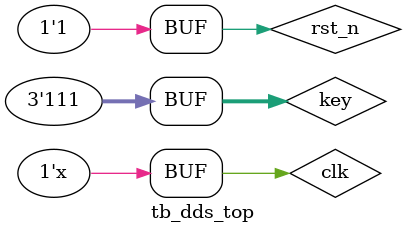
<source format=v>
`timescale 1 ns/1 ps
module tb_dds_top;

reg  clk;
reg  rst_n;
reg  [2:0]key;

wire [7:0]seven_tube_seg;
wire [5:0]seven_tube_sel;
wire [3:0]led;
wire [7:0]wave_amp;

dds_top i1(
            .clk(clk),
            .rst_n(rst_n),
            .key(key),
            .seven_tube_seg(seven_tube_seg),
            .seven_tube_sel(seven_tube_sel),
            .led(led),
            .wave_amp(wave_amp)
);

initial
begin
    clk<=1'b0;
    rst_n<=0;
    key<=4'b1111;

    #20 rst_n<=1'b1;

end

always   #10  clk<=~clk;  

endmodule
</source>
